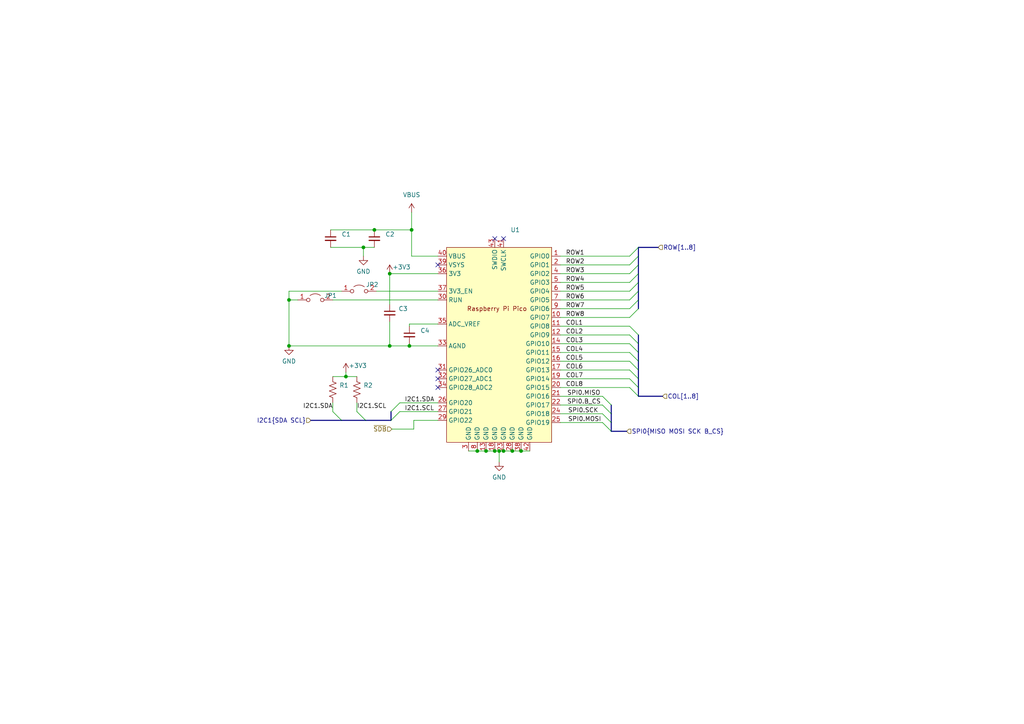
<source format=kicad_sch>
(kicad_sch (version 20211123) (generator eeschema)
  (paper "A4")
  (lib_symbols
    (symbol "Device:C_Small" (pin_numbers hide) (pin_names (offset 0.254) hide)
      (property "Reference" "C" (at 0.254 1.778 0))
      (property "Value" "C_Small" (at 0.254 -2.032 0))
      (symbol "C_Small_0_1"
        (polyline (pts (xy -1.524 -0.508) (xy 1.524 -0.508)) (stroke (width 0.3302)))
        (polyline (pts (xy -1.524 0.508) (xy 1.524 0.508)) (stroke (width 0.3048)))
      )
      (symbol "C_Small_1_1"
        (pin passive line (at 0 2.54 270) (length 2.032) (name "~") (number "1"))
        (pin passive line (at 0 -2.54 90) (length 2.032) (name "~") (number "2"))
      )
    )
    (symbol "Device:R_US" (pin_numbers hide) (pin_names (offset 0))
      (property "Reference" "R" (at 2.54 0 90))
      (property "Value" "R_US" (at -2.54 0 90))
      (symbol "R_US_0_1"
        (polyline (pts (xy 0 -2.286) (xy 0 -2.54)))
        (polyline (pts (xy 0 2.286) (xy 0 2.54)))
        (polyline (pts (xy 0 -0.762) (xy 1.016 -1.143) (xy 0 -1.524) (xy -1.016 -1.905) (xy 0 -2.286)))
        (polyline (pts (xy 0 0.762) (xy 1.016 0.381) (xy 0 0) (xy -1.016 -0.381) (xy 0 -0.762)))
        (polyline (pts (xy 0 2.286) (xy 1.016 1.905) (xy 0 1.524) (xy -1.016 1.143) (xy 0 0.762)))
      )
      (symbol "R_US_1_1"
        (pin passive line (at 0 3.81 270) (length 1.27) (name "~") (number "1"))
        (pin passive line (at 0 -3.81 90) (length 1.27) (name "~") (number "2"))
      )
    )
    (symbol "Jumper:Jumper_2_Open" (pin_names (offset 0) hide)
      (property "Reference" "JP" (at 0 2.794 0))
      (property "Value" "Jumper_2_Open" (at 0 -2.286 0))
      (symbol "Jumper_2_Open_0_0"
        (circle (center -2.032 0) (radius 0.508))
        (circle (center 2.032 0) (radius 0.508))
      )
      (symbol "Jumper_2_Open_0_1"
        (arc (start 1.524 1.27) (mid 0 1.778) (end -1.524 1.27))
      )
      (symbol "Jumper_2_Open_1_1"
        (pin passive line (at -5.08 0 0) (length 2.54) (name "A") (number "1"))
        (pin passive line (at 5.08 0 180) (length 2.54) (name "B") (number "2"))
      )
    )
    (symbol "MCU_RaspberryPi_and_Boards:Pico"
      (property "Reference" "U" (at -13.97 27.94 0))
      (property "Value" "Pico" (at -0.635 6.35 0))
      (property "MFN#" "SC0915" (at 0 0 0))
      (symbol "Pico_0_0"
        (text "Raspberry Pi Pico" (at -0.635 8.89 0) (effects (font (size 1.27 1.27))))
      )
      (symbol "Pico_0_1"
        (rectangle (start -15.24 26.67) (end 15.24 -29.845) (fill (type background)))
      )
      (symbol "Pico_1_1"
        (pin bidirectional line (at 17.78 24.13 180) (length 2.54) (name "GPIO0") (number "1"))
        (pin bidirectional line (at 17.78 6.35 180) (length 2.54) (name "GPIO7") (number "10"))
        (pin bidirectional line (at 17.78 3.81 180) (length 2.54) (name "GPIO8") (number "11"))
        (pin bidirectional line (at 17.78 1.27 180) (length 2.54) (name "GPIO9") (number "12"))
        (pin power_in line (at -3.81 -32.385 90) (length 2.54) (name "GND") (number "13"))
        (pin bidirectional line (at 17.78 -1.27 180) (length 2.54) (name "GPIO10") (number "14"))
        (pin bidirectional line (at 17.78 -3.81 180) (length 2.54) (name "GPIO11") (number "15"))
        (pin bidirectional line (at 17.78 -6.35 180) (length 2.54) (name "GPIO12") (number "16"))
        (pin bidirectional line (at 17.78 -8.89 180) (length 2.54) (name "GPIO13") (number "17"))
        (pin power_in line (at -1.27 -32.385 90) (length 2.54) (name "GND") (number "18"))
        (pin bidirectional line (at 17.78 -11.43 180) (length 2.54) (name "GPIO14") (number "19"))
        (pin bidirectional line (at 17.78 21.59 180) (length 2.54) (name "GPIO1") (number "2"))
        (pin bidirectional line (at 17.78 -13.97 180) (length 2.54) (name "GPIO15") (number "20"))
        (pin bidirectional line (at 17.78 -16.51 180) (length 2.54) (name "GPIO16") (number "21"))
        (pin bidirectional line (at 17.78 -19.05 180) (length 2.54) (name "GPIO17") (number "22"))
        (pin power_in line (at 1.27 -32.385 90) (length 2.54) (name "GND") (number "23"))
        (pin bidirectional line (at 17.78 -21.59 180) (length 2.54) (name "GPIO18") (number "24"))
        (pin bidirectional line (at 17.78 -24.13 180) (length 2.54) (name "GPIO19") (number "25"))
        (pin bidirectional line (at -17.78 -18.415 0) (length 2.54) (name "GPIO20") (number "26"))
        (pin bidirectional line (at -17.78 -20.955 0) (length 2.54) (name "GPIO21") (number "27"))
        (pin power_in line (at 3.81 -32.385 90) (length 2.54) (name "GND") (number "28"))
        (pin bidirectional line (at -17.78 -23.495 0) (length 2.54) (name "GPIO22") (number "29"))
        (pin power_in line (at -8.89 -32.385 90) (length 2.54) (name "GND") (number "3"))
        (pin input line (at -17.78 11.43 0) (length 2.54) (name "RUN") (number "30"))
        (pin bidirectional line (at -17.78 -8.89 0) (length 2.54) (name "GPIO26_ADC0") (number "31"))
        (pin bidirectional line (at -17.78 -11.43 0) (length 2.54) (name "GPIO27_ADC1") (number "32"))
        (pin power_in line (at -17.78 -1.905 0) (length 2.54) (name "AGND") (number "33"))
        (pin bidirectional line (at -17.78 -13.97 0) (length 2.54) (name "GPIO28_ADC2") (number "34"))
        (pin power_in line (at -17.78 4.445 0) (length 2.54) (name "ADC_VREF") (number "35"))
        (pin power_out line (at -17.78 19.05 0) (length 2.54) (name "3V3") (number "36"))
        (pin input line (at -17.78 13.97 0) (length 2.54) (name "3V3_EN") (number "37"))
        (pin power_in line (at 6.35 -32.385 90) (length 2.54) (name "GND") (number "38"))
        (pin power_out line (at -17.78 21.59 0) (length 2.54) (name "VSYS") (number "39"))
        (pin bidirectional line (at 17.78 19.05 180) (length 2.54) (name "GPIO2") (number "4"))
        (pin power_out line (at -17.78 24.13 0) (length 2.54) (name "VBUS") (number "40"))
        (pin input line (at 1.27 29.21 270) (length 2.54) (name "SWCLK") (number "41"))
        (pin power_in line (at 8.89 -32.385 90) (length 2.54) (name "GND") (number "42"))
        (pin bidirectional line (at -1.27 29.21 270) (length 2.54) (name "SWDIO") (number "43"))
        (pin bidirectional line (at 17.78 16.51 180) (length 2.54) (name "GPIO3") (number "5"))
        (pin bidirectional line (at 17.78 13.97 180) (length 2.54) (name "GPIO4") (number "6"))
        (pin bidirectional line (at 17.78 11.43 180) (length 2.54) (name "GPIO5") (number "7"))
        (pin power_in line (at -6.35 -32.385 90) (length 2.54) (name "GND") (number "8"))
        (pin bidirectional line (at 17.78 8.89 180) (length 2.54) (name "GPIO6") (number "9"))
      )
    )
    (symbol "power:+3V3" (power) (pin_names (offset 0))
      (property "Value" "+3V3" (at 0 3.556 0))
      (symbol "+3V3_0_1"
        (polyline (pts (xy -0.762 1.27) (xy 0 2.54)))
        (polyline (pts (xy 0 0) (xy 0 2.54)))
        (polyline (pts (xy 0 2.54) (xy 0.762 1.27)))
      )
      (symbol "+3V3_1_1"
        (pin power_in line (at 0 0 90) (length 0) hide (name "+3V3") (number "1"))
      )
    )
    (symbol "power:GND" (power) (pin_names (offset 0))
      (property "Value" "GND" (at 0 -3.81 0))
      (symbol "GND_0_1"
        (polyline (pts (xy 0 0) (xy 0 -1.27) (xy 1.27 -1.27) (xy 0 -2.54) (xy -1.27 -1.27) (xy 0 -1.27)))
      )
      (symbol "GND_1_1"
        (pin power_in line (at 0 0 270) (length 0) hide (name "GND") (number "1"))
      )
    )
    (symbol "power:VBUS" (power) (pin_names (offset 0))
      (property "Value" "VBUS" (at 0 3.81 0))
      (symbol "VBUS_0_1"
        (polyline (pts (xy -0.762 1.27) (xy 0 2.54)))
        (polyline (pts (xy 0 0) (xy 0 2.54)))
        (polyline (pts (xy 0 2.54) (xy 0.762 1.27)))
      )
      (symbol "VBUS_1_1"
        (pin power_in line (at 0 0 90) (length 0) hide (name "VBUS") (number "1"))
      )
    )
  )
  (junction (at 144.78 130.81))
  (junction (at 83.82 100.33))
  (junction (at 119.38 66.675))
  (junction (at 100.33 109.22))
  (junction (at 148.59 130.81))
  (junction (at 118.745 100.33))
  (junction (at 108.585 66.675))
  (junction (at 151.13 130.81))
  (junction (at 140.97 130.81))
  (junction (at 113.03 100.33))
  (junction (at 143.51 130.81))
  (junction (at 105.41 71.755))
  (junction (at 146.05 130.81))
  (junction (at 83.82 86.995))
  (junction (at 138.43 130.81))
  (junction (at 113.03 79.375))
  (no_connect (at 127 76.835))
  (no_connect (at 127 109.855))
  (no_connect (at 127 112.395))
  (no_connect (at 127 107.315))
  (no_connect (at 146.05 69.215))
  (no_connect (at 143.51 69.215))
  (bus_entry (at 182.626 94.615) (size 2.54 2.54))
  (bus_entry (at 182.626 107.315) (size 2.54 2.54))
  (bus_entry (at 99.06 121.92) (size -2.54 -2.54))
  (bus_entry (at 106.045 121.92) (size -2.54 -2.54))
  (bus_entry (at 174.752 117.475) (size 2.54 2.54))
  (bus_entry (at 182.626 74.295) (size 2.54 -2.54))
  (bus_entry (at 174.752 114.935) (size 2.54 2.54))
  (bus_entry (at 182.626 89.535) (size 2.54 -2.54))
  (bus_entry (at 182.626 81.915) (size 2.54 -2.54))
  (bus_entry (at 174.752 120.015) (size 2.54 2.54))
  (bus_entry (at 174.752 122.555) (size 2.54 2.54))
  (bus_entry (at 115.951 119.38) (size -2.54 2.54))
  (bus_entry (at 115.951 116.84) (size -2.54 2.54))
  (bus_entry (at 182.626 79.375) (size 2.54 -2.54))
  (bus_entry (at 182.626 104.775) (size 2.54 2.54))
  (bus_entry (at 182.626 97.155) (size 2.54 2.54))
  (bus_entry (at 182.626 92.075) (size 2.54 -2.54))
  (bus_entry (at 182.626 109.855) (size 2.54 2.54))
  (bus_entry (at 182.626 76.835) (size 2.54 -2.54))
  (bus_entry (at 182.626 99.695) (size 2.54 2.54))
  (bus_entry (at 182.626 102.235) (size 2.54 2.54))
  (bus_entry (at 182.626 86.995) (size 2.54 -2.54))
  (bus_entry (at 182.626 84.455) (size 2.54 -2.54))
  (bus_entry (at 182.626 112.395) (size 2.54 2.54))
  (bus (pts (xy 185.166 104.775) (xy 185.166 107.315)))
  (wire (pts (xy 118.745 94.615) (xy 118.745 93.98)))
  (wire (pts (xy 162.56 117.475) (xy 174.752 117.475)))
  (wire (pts (xy 113.665 124.46) (xy 120.015 124.46)))
  (wire (pts (xy 113.03 93.345) (xy 113.03 100.33)))
  (bus (pts (xy 185.166 99.695) (xy 185.166 102.235)))
  (wire (pts (xy 162.56 109.855) (xy 182.626 109.855)))
  (wire (pts (xy 127 74.295) (xy 119.38 74.295)))
  (wire (pts (xy 143.51 130.81) (xy 144.78 130.81)))
  (wire (pts (xy 113.03 88.265) (xy 113.03 79.375)))
  (wire (pts (xy 162.56 107.315) (xy 182.626 107.315)))
  (bus (pts (xy 185.166 86.995) (xy 185.166 84.455)))
  (bus (pts (xy 177.292 125.095) (xy 181.737 125.095)))
  (wire (pts (xy 144.78 130.81) (xy 146.05 130.81)))
  (bus (pts (xy 185.166 109.855) (xy 185.166 112.395)))
  (bus (pts (xy 113.411 119.38) (xy 113.411 121.92)))
  (wire (pts (xy 105.41 71.755) (xy 108.585 71.755)))
  (wire (pts (xy 144.78 130.81) (xy 144.78 133.985)))
  (bus (pts (xy 185.166 102.235) (xy 185.166 104.775)))
  (bus (pts (xy 177.292 120.015) (xy 177.292 122.555)))
  (bus (pts (xy 90.17 121.92) (xy 99.06 121.92)))
  (wire (pts (xy 113.03 100.33) (xy 83.82 100.33)))
  (wire (pts (xy 148.59 130.81) (xy 151.13 130.81)))
  (wire (pts (xy 96.52 116.84) (xy 96.52 119.38)))
  (wire (pts (xy 109.22 84.455) (xy 127 84.455)))
  (wire (pts (xy 115.951 119.38) (xy 127 119.38)))
  (wire (pts (xy 83.82 84.455) (xy 83.82 86.995)))
  (bus (pts (xy 185.166 81.915) (xy 185.166 79.375)))
  (wire (pts (xy 162.56 114.935) (xy 174.752 114.935)))
  (wire (pts (xy 162.56 94.615) (xy 182.626 94.615)))
  (wire (pts (xy 118.745 93.98) (xy 127 93.98)))
  (wire (pts (xy 162.56 104.775) (xy 182.626 104.775)))
  (wire (pts (xy 100.33 107.95) (xy 100.33 109.22)))
  (wire (pts (xy 120.015 121.92) (xy 120.015 124.46)))
  (wire (pts (xy 162.56 84.455) (xy 182.626 84.455)))
  (wire (pts (xy 146.05 130.81) (xy 148.59 130.81)))
  (wire (pts (xy 162.56 92.075) (xy 182.626 92.075)))
  (wire (pts (xy 119.38 61.595) (xy 119.38 66.675)))
  (bus (pts (xy 177.292 117.475) (xy 177.292 120.015)))
  (wire (pts (xy 113.03 79.375) (xy 127 79.375)))
  (wire (pts (xy 162.56 99.695) (xy 182.626 99.695)))
  (bus (pts (xy 185.166 97.155) (xy 185.166 99.695)))
  (wire (pts (xy 118.745 100.33) (xy 113.03 100.33)))
  (wire (pts (xy 162.56 81.915) (xy 182.626 81.915)))
  (wire (pts (xy 115.951 116.84) (xy 127 116.84)))
  (wire (pts (xy 119.38 66.675) (xy 119.38 74.295)))
  (wire (pts (xy 83.82 86.995) (xy 86.36 86.995)))
  (wire (pts (xy 100.33 109.22) (xy 103.505 109.22)))
  (wire (pts (xy 162.56 122.555) (xy 174.752 122.555)))
  (wire (pts (xy 151.13 130.81) (xy 153.67 130.81)))
  (wire (pts (xy 138.43 130.81) (xy 140.97 130.81)))
  (wire (pts (xy 96.52 86.995) (xy 127 86.995)))
  (bus (pts (xy 185.166 114.935) (xy 192.151 114.935)))
  (wire (pts (xy 95.885 71.755) (xy 105.41 71.755)))
  (wire (pts (xy 118.745 99.695) (xy 118.745 100.33)))
  (wire (pts (xy 108.585 66.675) (xy 119.38 66.675)))
  (bus (pts (xy 185.166 84.455) (xy 185.166 81.915)))
  (bus (pts (xy 106.045 121.92) (xy 113.411 121.92)))
  (wire (pts (xy 83.82 100.33) (xy 83.82 86.995)))
  (wire (pts (xy 162.56 76.835) (xy 182.626 76.835)))
  (wire (pts (xy 127 121.92) (xy 120.015 121.92)))
  (wire (pts (xy 135.89 130.81) (xy 138.43 130.81)))
  (bus (pts (xy 185.166 76.835) (xy 185.166 74.295)))
  (wire (pts (xy 162.56 74.295) (xy 182.626 74.295)))
  (wire (pts (xy 162.56 102.235) (xy 182.626 102.235)))
  (bus (pts (xy 185.166 79.375) (xy 185.166 76.835)))
  (wire (pts (xy 140.97 130.81) (xy 143.51 130.81)))
  (wire (pts (xy 162.56 97.155) (xy 182.626 97.155)))
  (wire (pts (xy 95.885 66.675) (xy 108.585 66.675)))
  (bus (pts (xy 99.06 121.92) (xy 106.045 121.92)))
  (wire (pts (xy 162.56 89.535) (xy 182.626 89.535)))
  (wire (pts (xy 162.56 112.395) (xy 182.626 112.395)))
  (bus (pts (xy 185.166 107.315) (xy 185.166 109.855)))
  (wire (pts (xy 99.06 84.455) (xy 83.82 84.455)))
  (bus (pts (xy 185.166 74.295) (xy 185.166 71.755)))
  (bus (pts (xy 185.166 89.535) (xy 185.166 86.995)))
  (wire (pts (xy 118.745 100.33) (xy 127 100.33)))
  (bus (pts (xy 177.292 122.555) (xy 177.292 125.095)))
  (wire (pts (xy 162.56 79.375) (xy 182.626 79.375)))
  (bus (pts (xy 185.166 71.755) (xy 190.881 71.755)))
  (wire (pts (xy 162.56 86.995) (xy 182.626 86.995)))
  (bus (pts (xy 185.166 112.395) (xy 185.166 114.935)))
  (wire (pts (xy 105.41 71.755) (xy 105.41 74.295)))
  (wire (pts (xy 162.56 120.015) (xy 174.752 120.015)))
  (wire (pts (xy 103.505 116.84) (xy 103.505 119.38)))
  (wire (pts (xy 96.52 109.22) (xy 100.33 109.22)))
  (label "COL4" (at 164.084 102.235 0))
  (label "COL1" (at 164.084 94.615 0))
  (label "ROW3" (at 164.084 79.375 0))
  (label "I2C1.SDA" (at 117.348 116.84 0))
  (label "SPI0.MISO" (at 164.465 114.935 0))
  (label "COL5" (at 164.084 104.775 0))
  (label "ROW4" (at 164.084 81.915 0))
  (label "SPI0.SCK" (at 164.719 120.015 0))
  (label "COL3" (at 164.084 99.695 0))
  (label "I2C1.SCL" (at 117.348 119.38 0))
  (label "COL7" (at 164.084 109.855 0))
  (label "COL2" (at 164.084 97.155 0))
  (label "COL6" (at 164.084 107.315 0))
  (label "ROW5" (at 164.084 84.455 0))
  (label "SPI0.MOSI" (at 164.719 122.555 0))
  (label "ROW2" (at 164.084 76.835 0))
  (label "I2C1.SCL" (at 103.505 118.745 0))
  (label "I2C1.SDA" (at 96.52 118.745 180))
  (label "ROW1" (at 164.084 74.295 0))
  (label "SPI0.B_CS" (at 164.465 117.475 0))
  (label "COL8" (at 164.084 112.395 0))
  (label "ROW8" (at 164.084 92.075 0))
  (label "ROW7" (at 164.084 89.535 0))
  (label "ROW6" (at 164.084 86.995 0))
  (hierarchical_label "SPI0{MISO MOSI SCK B_CS}" (shape input) (at 181.737 125.095 0))
  (hierarchical_label "~{SDB}" (shape input) (at 113.665 124.46 180))
  (hierarchical_label "ROW[1..8]" (shape input) (at 190.881 71.755 0))
  (hierarchical_label "I2C1{SDA SCL}" (shape input) (at 90.17 121.92 180))
  (hierarchical_label "COL[1..8]" (shape input) (at 192.151 114.935 0))
  (symbol (lib_id "power:GND") (at 144.78 133.985 0) (unit 1)
    (property "Reference" "#PWR06" (effects hide))
    (property "Value" "GND" (at 144.78 138.43 0))
  )
  (symbol (lib_id "Device:C_Small") (at 118.745 97.155 0) (unit 1)
    (property "Reference" "C4" (at 121.92 95.8912 0) (effects (justify left)))
  )
  (symbol (lib_id "power:GND") (at 105.41 74.295 0) (unit 1)
    (property "Reference" "#PWR03" (effects hide))
    (property "Value" "GND" (at 105.41 78.74 0))
  )
  (symbol (lib_id "Device:C_Small") (at 95.885 69.215 0) (unit 1)
    (property "Reference" "C1" (at 99.06 67.9512 0) (effects (justify left)))
  )
  (symbol (lib_id "power:+3V3") (at 113.03 79.375 0) (unit 1)
    (property "Reference" "#PWR04" (effects hide))
    (property "Value" "+3V3" (at 116.459 77.47 0))
  )
  (symbol (lib_id "power:+3V3") (at 100.33 107.95 0) (unit 1)
    (property "Reference" "#PWR02" (effects hide))
    (property "Value" "+3V3" (at 103.759 106.045 0))
  )
  (symbol (lib_id "Jumper:Jumper_2_Open") (at 104.14 84.455 0) (unit 1)
    (property "Reference" "JP2" (at 107.95 82.55 0))
  )
  (symbol (lib_id "Device:R_US") (at 96.52 113.03 0) (unit 1)
    (property "Reference" "R1" (at 98.425 111.76 0) (effects (justify left)))
  )
  (symbol (lib_id "Device:C_Small") (at 108.585 69.215 0) (unit 1)
    (property "Reference" "C2" (at 111.76 67.9512 0) (effects (justify left)))
  )
  (symbol (lib_id "MCU_RaspberryPi_and_Boards:Pico") (at 144.78 98.425 0) (unit 1)
    (property "Reference" "U1" (at 148.0694 66.675 0) (effects (justify left)))
    (property "Datasheet" "https://datasheets.raspberrypi.com/pico/pico-datasheet.pdf" (effects hide))
    (property "MFN#" "SC0915" (effects hide))
  )
  (symbol (lib_id "Device:R_US") (at 103.505 113.03 0) (unit 1)
    (property "Reference" "R2" (at 105.41 111.7599 0) (effects (justify left)))
  )
  (symbol (lib_id "Device:C_Small") (at 113.03 90.805 0) (unit 1)
    (property "Reference" "C3" (at 115.57 89.5412 0) (effects (justify left)))
  )
  (symbol (lib_id "Jumper:Jumper_2_Open") (at 91.44 86.995 0) (unit 1)
    (property "Reference" "JP1" (at 95.885 85.725 0))
  )
  (symbol (lib_id "power:GND") (at 83.82 100.33 0) (unit 1)
    (property "Reference" "#PWR01" (effects hide))
    (property "Value" "GND" (at 83.82 104.775 0))
  )
  (symbol (lib_id "power:VBUS") (at 119.38 61.595 0) (unit 1)
    (property "Reference" "#PWR05" (effects hide))
    (property "Value" "VBUS" (at 119.38 56.515 0))
  )
)
</source>
